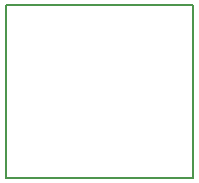
<source format=gko>
G04 #@! TF.FileFunction,Profile,NP*
%FSLAX46Y46*%
G04 Gerber Fmt 4.6, Leading zero omitted, Abs format (unit mm)*
G04 Created by KiCad (PCBNEW 4.0.7-e2-6376~58~ubuntu16.04.1) date Sat Jan 13 09:41:55 2018*
%MOMM*%
%LPD*%
G01*
G04 APERTURE LIST*
%ADD10C,0.100000*%
%ADD11C,0.150000*%
G04 APERTURE END LIST*
D10*
D11*
X127635000Y-97790000D02*
X143510000Y-97790000D01*
X127635000Y-112395000D02*
X127635000Y-97790000D01*
X143510000Y-112395000D02*
X127635000Y-112395000D01*
X143510000Y-97790000D02*
X143510000Y-112395000D01*
M02*

</source>
